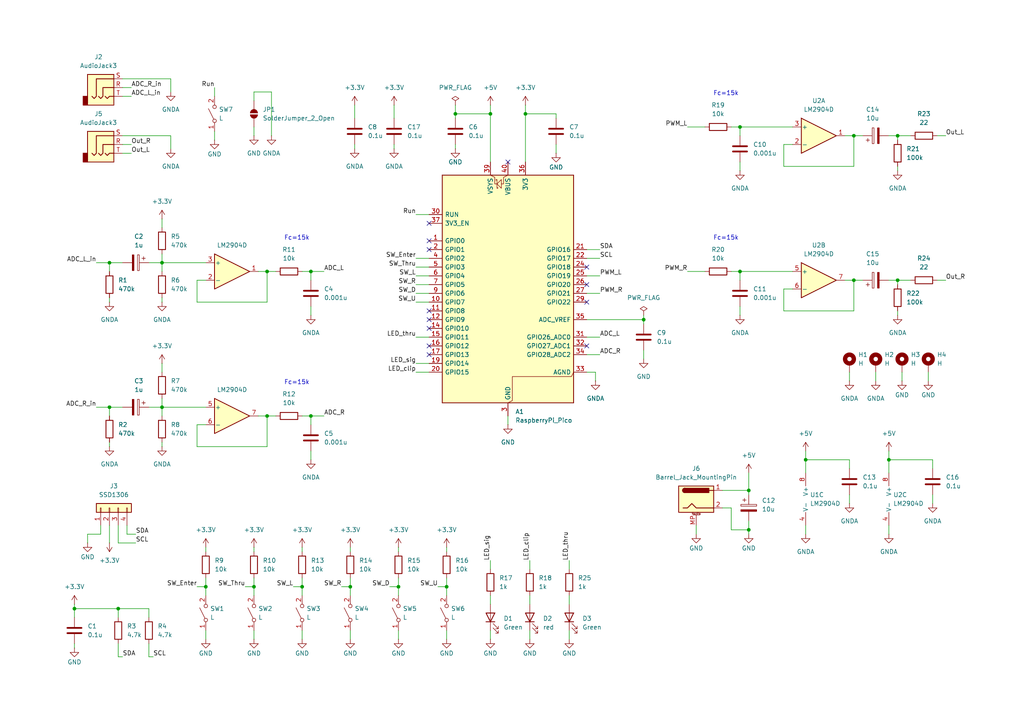
<source format=kicad_sch>
(kicad_sch (version 20250114) (generator "eeschema") (generator_version "9.0")
  (paper "A4")
  (text "Fc=15k" (at 86.106 69.088 0) (effects (font (size 1.27 1.27))))
  (text "Fc=15k" (at 210.566 69.088 0) (effects (font (size 1.27 1.27))))
  (text "Fc=15k" (at 86.106 110.998 0) (effects (font (size 1.27 1.27))))
  (text "Fc=15k" (at 210.566 27.178 0) (effects (font (size 1.27 1.27))))
  (junction (at 247.65 39.37))
  (junction (at 217.17 142.24))
  (junction (at 142.24 33.02))
  (junction (at 186.69 92.71))
  (junction (at 46.99 118.11))
  (junction (at 257.81 133.35))
  (junction (at 129.54 170.18))
  (junction (at 214.63 36.83))
  (junction (at 59.69 170.18))
  (junction (at 132.08 33.02))
  (junction (at 34.29 176.53))
  (junction (at 260.35 39.37))
  (junction (at 101.6 170.18))
  (junction (at 115.57 170.18))
  (junction (at 31.75 118.11))
  (junction (at 152.4 33.02))
  (junction (at 77.47 120.65))
  (junction (at 21.59 176.53))
  (junction (at 73.66 170.18))
  (junction (at 31.75 76.2))
  (junction (at 260.35 81.28))
  (junction (at 233.68 133.35))
  (junction (at 247.65 81.28))
  (junction (at 90.17 120.65))
  (junction (at 214.63 78.74))
  (junction (at 217.17 153.67))
  (junction (at 87.63 170.18))
  (junction (at 90.17 78.74))
  (junction (at 46.99 76.2))
  (junction (at 77.47 78.74))
  (no_connect (at 147.32 46.99))
  (no_connect (at 124.46 102.87))
  (no_connect (at 124.46 92.71))
  (no_connect (at 124.46 90.17))
  (no_connect (at 124.46 100.33))
  (no_connect (at 170.18 77.47))
  (no_connect (at 170.18 82.55))
  (no_connect (at 124.46 72.39))
  (no_connect (at 124.46 95.25))
  (no_connect (at 170.18 87.63))
  (no_connect (at 124.46 64.77))
  (no_connect (at 170.18 100.33))
  (no_connect (at 124.46 69.85))
  (wire (pts (xy 227.33 83.82) (xy 227.33 90.17)))
  (wire (pts (xy 87.63 170.18) (xy 87.63 172.72)))
  (wire (pts (xy 90.17 78.74) (xy 93.98 78.74)))
  (wire (pts (xy 35.56 41.91) (xy 38.1 41.91)))
  (wire (pts (xy 101.6 170.18) (xy 101.6 167.64)))
  (wire (pts (xy 78.74 39.37) (xy 78.74 26.67)))
  (wire (pts (xy 57.15 81.28) (xy 57.15 87.63)))
  (wire (pts (xy 246.38 143.51) (xy 246.38 146.05)))
  (wire (pts (xy 49.53 39.37) (xy 49.53 43.18)))
  (wire (pts (xy 170.18 74.93) (xy 173.99 74.93)))
  (wire (pts (xy 21.59 186.69) (xy 21.59 187.96)))
  (wire (pts (xy 186.69 92.71) (xy 170.18 92.71)))
  (wire (pts (xy 247.65 48.26) (xy 247.65 39.37)))
  (wire (pts (xy 161.29 41.91) (xy 161.29 44.45)))
  (wire (pts (xy 31.75 118.11) (xy 35.56 118.11)))
  (wire (pts (xy 35.56 22.86) (xy 49.53 22.86)))
  (wire (pts (xy 43.18 179.07) (xy 43.18 176.53)))
  (wire (pts (xy 153.67 162.56) (xy 153.67 165.1)))
  (wire (pts (xy 43.18 176.53) (xy 34.29 176.53)))
  (wire (pts (xy 257.81 39.37) (xy 260.35 39.37)))
  (wire (pts (xy 186.69 101.6) (xy 186.69 104.14)))
  (wire (pts (xy 35.56 44.45) (xy 38.1 44.45)))
  (wire (pts (xy 49.53 22.86) (xy 49.53 26.67)))
  (wire (pts (xy 271.78 81.28) (xy 274.32 81.28)))
  (wire (pts (xy 120.65 62.23) (xy 124.46 62.23)))
  (wire (pts (xy 246.38 133.35) (xy 233.68 133.35)))
  (wire (pts (xy 245.11 81.28) (xy 247.65 81.28)))
  (wire (pts (xy 21.59 176.53) (xy 21.59 179.07)))
  (wire (pts (xy 115.57 170.18) (xy 115.57 172.72)))
  (wire (pts (xy 260.35 48.26) (xy 260.35 49.53)))
  (wire (pts (xy 214.63 88.9) (xy 214.63 91.44)))
  (wire (pts (xy 214.63 36.83) (xy 229.87 36.83)))
  (wire (pts (xy 87.63 158.75) (xy 87.63 160.02)))
  (wire (pts (xy 165.1 182.88) (xy 165.1 185.42)))
  (wire (pts (xy 73.66 182.88) (xy 73.66 185.42)))
  (wire (pts (xy 260.35 90.17) (xy 260.35 91.44)))
  (wire (pts (xy 46.99 76.2) (xy 59.69 76.2)))
  (wire (pts (xy 101.6 182.88) (xy 101.6 185.42)))
  (wire (pts (xy 25.4 157.48) (xy 25.4 154.94)))
  (wire (pts (xy 152.4 30.48) (xy 152.4 33.02)))
  (wire (pts (xy 120.65 82.55) (xy 124.46 82.55)))
  (wire (pts (xy 260.35 39.37) (xy 264.16 39.37)))
  (wire (pts (xy 62.23 25.4) (xy 62.23 27.94)))
  (wire (pts (xy 34.29 186.69) (xy 34.29 190.5)))
  (wire (pts (xy 99.06 170.18) (xy 101.6 170.18)))
  (wire (pts (xy 90.17 130.81) (xy 90.17 133.35)))
  (wire (pts (xy 227.33 90.17) (xy 247.65 90.17)))
  (wire (pts (xy 142.24 33.02) (xy 142.24 46.99)))
  (wire (pts (xy 87.63 120.65) (xy 90.17 120.65)))
  (wire (pts (xy 73.66 170.18) (xy 73.66 172.72)))
  (wire (pts (xy 35.56 190.5) (xy 34.29 190.5)))
  (wire (pts (xy 212.09 36.83) (xy 214.63 36.83)))
  (wire (pts (xy 90.17 120.65) (xy 90.17 123.19)))
  (wire (pts (xy 34.29 157.48) (xy 34.29 152.4)))
  (wire (pts (xy 62.23 38.1) (xy 62.23 40.64)))
  (wire (pts (xy 73.66 158.75) (xy 73.66 160.02)))
  (wire (pts (xy 46.99 105.41) (xy 46.99 107.95)))
  (wire (pts (xy 31.75 76.2) (xy 35.56 76.2)))
  (wire (pts (xy 74.93 78.74) (xy 77.47 78.74)))
  (wire (pts (xy 129.54 158.75) (xy 129.54 160.02)))
  (wire (pts (xy 132.08 30.48) (xy 132.08 33.02)))
  (wire (pts (xy 217.17 137.16) (xy 217.17 142.24)))
  (wire (pts (xy 142.24 30.48) (xy 142.24 33.02)))
  (wire (pts (xy 46.99 76.2) (xy 46.99 78.74)))
  (wire (pts (xy 142.24 172.72) (xy 142.24 175.26)))
  (wire (pts (xy 212.09 78.74) (xy 214.63 78.74)))
  (wire (pts (xy 217.17 153.67) (xy 217.17 154.94)))
  (wire (pts (xy 120.65 87.63) (xy 124.46 87.63)))
  (wire (pts (xy 115.57 182.88) (xy 115.57 185.42)))
  (wire (pts (xy 113.03 170.18) (xy 115.57 170.18)))
  (wire (pts (xy 257.81 81.28) (xy 260.35 81.28)))
  (wire (pts (xy 129.54 182.88) (xy 129.54 185.42)))
  (wire (pts (xy 233.68 133.35) (xy 233.68 137.16)))
  (wire (pts (xy 247.65 90.17) (xy 247.65 81.28)))
  (wire (pts (xy 25.4 154.94) (xy 29.21 154.94)))
  (wire (pts (xy 247.65 39.37) (xy 250.19 39.37)))
  (wire (pts (xy 257.81 130.81) (xy 257.81 133.35)))
  (wire (pts (xy 257.81 133.35) (xy 257.81 137.16)))
  (wire (pts (xy 120.65 107.95) (xy 124.46 107.95)))
  (wire (pts (xy 73.66 170.18) (xy 73.66 167.64)))
  (wire (pts (xy 29.21 154.94) (xy 29.21 152.4)))
  (wire (pts (xy 153.67 182.88) (xy 153.67 185.42)))
  (wire (pts (xy 233.68 152.4) (xy 233.68 154.94)))
  (wire (pts (xy 73.66 36.83) (xy 73.66 39.37)))
  (wire (pts (xy 57.15 170.18) (xy 59.69 170.18)))
  (wire (pts (xy 170.18 97.79) (xy 173.99 97.79)))
  (wire (pts (xy 115.57 158.75) (xy 115.57 160.02)))
  (wire (pts (xy 77.47 129.54) (xy 77.47 120.65)))
  (wire (pts (xy 31.75 118.11) (xy 31.75 120.65)))
  (wire (pts (xy 46.99 118.11) (xy 46.99 120.65)))
  (wire (pts (xy 260.35 39.37) (xy 260.35 40.64)))
  (wire (pts (xy 147.32 120.65) (xy 147.32 123.19)))
  (wire (pts (xy 257.81 152.4) (xy 257.81 154.94)))
  (wire (pts (xy 186.69 91.44) (xy 186.69 92.71)))
  (wire (pts (xy 46.99 118.11) (xy 59.69 118.11)))
  (wire (pts (xy 132.08 41.91) (xy 132.08 43.18)))
  (wire (pts (xy 35.56 25.4) (xy 38.1 25.4)))
  (wire (pts (xy 212.09 147.32) (xy 212.09 153.67)))
  (wire (pts (xy 199.39 78.74) (xy 204.47 78.74)))
  (wire (pts (xy 77.47 120.65) (xy 80.01 120.65)))
  (wire (pts (xy 87.63 182.88) (xy 87.63 185.42)))
  (wire (pts (xy 31.75 76.2) (xy 31.75 78.74)))
  (wire (pts (xy 59.69 170.18) (xy 59.69 172.72)))
  (wire (pts (xy 270.51 133.35) (xy 257.81 133.35)))
  (wire (pts (xy 233.68 130.81) (xy 233.68 133.35)))
  (wire (pts (xy 246.38 107.95) (xy 246.38 110.49)))
  (wire (pts (xy 172.72 107.95) (xy 172.72 110.49)))
  (wire (pts (xy 129.54 170.18) (xy 129.54 167.64)))
  (wire (pts (xy 102.87 30.48) (xy 102.87 34.29)))
  (wire (pts (xy 132.08 34.29) (xy 132.08 33.02)))
  (wire (pts (xy 246.38 135.89) (xy 246.38 133.35)))
  (wire (pts (xy 34.29 176.53) (xy 21.59 176.53)))
  (wire (pts (xy 31.75 152.4) (xy 31.75 157.48)))
  (wire (pts (xy 43.18 118.11) (xy 46.99 118.11)))
  (wire (pts (xy 270.51 135.89) (xy 270.51 133.35)))
  (wire (pts (xy 170.18 107.95) (xy 172.72 107.95)))
  (wire (pts (xy 209.55 147.32) (xy 212.09 147.32)))
  (wire (pts (xy 229.87 41.91) (xy 227.33 41.91)))
  (wire (pts (xy 73.66 26.67) (xy 73.66 29.21)))
  (wire (pts (xy 170.18 72.39) (xy 173.99 72.39)))
  (wire (pts (xy 120.65 74.93) (xy 124.46 74.93)))
  (wire (pts (xy 142.24 162.56) (xy 142.24 165.1)))
  (wire (pts (xy 27.94 118.11) (xy 31.75 118.11)))
  (wire (pts (xy 165.1 172.72) (xy 165.1 175.26)))
  (wire (pts (xy 227.33 48.26) (xy 247.65 48.26)))
  (wire (pts (xy 170.18 85.09) (xy 173.99 85.09)))
  (wire (pts (xy 165.1 162.56) (xy 165.1 165.1)))
  (wire (pts (xy 260.35 81.28) (xy 264.16 81.28)))
  (wire (pts (xy 229.87 83.82) (xy 227.33 83.82)))
  (wire (pts (xy 77.47 78.74) (xy 80.01 78.74)))
  (wire (pts (xy 201.93 152.4) (xy 201.93 154.94)))
  (wire (pts (xy 214.63 36.83) (xy 214.63 39.37)))
  (wire (pts (xy 114.3 41.91) (xy 114.3 43.18)))
  (wire (pts (xy 161.29 33.02) (xy 152.4 33.02)))
  (wire (pts (xy 44.45 190.5) (xy 43.18 190.5)))
  (wire (pts (xy 31.75 86.36) (xy 31.75 87.63)))
  (wire (pts (xy 214.63 46.99) (xy 214.63 49.53)))
  (wire (pts (xy 21.59 175.26) (xy 21.59 176.53)))
  (wire (pts (xy 101.6 158.75) (xy 101.6 160.02)))
  (wire (pts (xy 57.15 87.63) (xy 77.47 87.63)))
  (wire (pts (xy 90.17 120.65) (xy 93.98 120.65)))
  (wire (pts (xy 27.94 76.2) (xy 31.75 76.2)))
  (wire (pts (xy 254 107.95) (xy 254 110.49)))
  (wire (pts (xy 57.15 129.54) (xy 77.47 129.54)))
  (wire (pts (xy 59.69 123.19) (xy 57.15 123.19)))
  (wire (pts (xy 77.47 87.63) (xy 77.47 78.74)))
  (wire (pts (xy 59.69 170.18) (xy 59.69 167.64)))
  (wire (pts (xy 170.18 80.01) (xy 173.99 80.01)))
  (wire (pts (xy 59.69 182.88) (xy 59.69 185.42)))
  (wire (pts (xy 129.54 170.18) (xy 129.54 172.72)))
  (wire (pts (xy 35.56 39.37) (xy 49.53 39.37)))
  (wire (pts (xy 74.93 120.65) (xy 77.47 120.65)))
  (wire (pts (xy 39.37 157.48) (xy 34.29 157.48)))
  (wire (pts (xy 85.09 170.18) (xy 87.63 170.18)))
  (wire (pts (xy 71.12 170.18) (xy 73.66 170.18)))
  (wire (pts (xy 217.17 142.24) (xy 217.17 143.51)))
  (wire (pts (xy 120.65 105.41) (xy 124.46 105.41)))
  (wire (pts (xy 120.65 97.79) (xy 124.46 97.79)))
  (wire (pts (xy 120.65 77.47) (xy 124.46 77.47)))
  (wire (pts (xy 120.65 85.09) (xy 124.46 85.09)))
  (wire (pts (xy 46.99 86.36) (xy 46.99 87.63)))
  (wire (pts (xy 57.15 123.19) (xy 57.15 129.54)))
  (wire (pts (xy 261.62 107.95) (xy 261.62 110.49)))
  (wire (pts (xy 46.99 73.66) (xy 46.99 76.2)))
  (wire (pts (xy 132.08 33.02) (xy 142.24 33.02)))
  (wire (pts (xy 90.17 78.74) (xy 90.17 81.28)))
  (wire (pts (xy 36.83 154.94) (xy 36.83 152.4)))
  (wire (pts (xy 271.78 39.37) (xy 274.32 39.37)))
  (wire (pts (xy 115.57 170.18) (xy 115.57 167.64)))
  (wire (pts (xy 31.75 128.27) (xy 31.75 129.54)))
  (wire (pts (xy 59.69 158.75) (xy 59.69 160.02)))
  (wire (pts (xy 102.87 41.91) (xy 102.87 43.18)))
  (wire (pts (xy 217.17 142.24) (xy 209.55 142.24)))
  (wire (pts (xy 170.18 102.87) (xy 173.99 102.87)))
  (wire (pts (xy 39.37 154.94) (xy 36.83 154.94)))
  (wire (pts (xy 120.65 80.01) (xy 124.46 80.01)))
  (wire (pts (xy 87.63 170.18) (xy 87.63 167.64)))
  (wire (pts (xy 245.11 39.37) (xy 247.65 39.37)))
  (wire (pts (xy 43.18 76.2) (xy 46.99 76.2)))
  (wire (pts (xy 212.09 153.67) (xy 217.17 153.67)))
  (wire (pts (xy 270.51 143.51) (xy 270.51 146.05)))
  (wire (pts (xy 152.4 33.02) (xy 152.4 46.99)))
  (wire (pts (xy 90.17 88.9) (xy 90.17 91.44)))
  (wire (pts (xy 142.24 182.88) (xy 142.24 185.42)))
  (wire (pts (xy 269.24 107.95) (xy 269.24 110.49)))
  (wire (pts (xy 214.63 78.74) (xy 214.63 81.28)))
  (wire (pts (xy 46.99 115.57) (xy 46.99 118.11)))
  (wire (pts (xy 186.69 93.98) (xy 186.69 92.71)))
  (wire (pts (xy 217.17 151.13) (xy 217.17 153.67)))
  (wire (pts (xy 227.33 41.91) (xy 227.33 48.26)))
  (wire (pts (xy 153.67 172.72) (xy 153.67 175.26)))
  (wire (pts (xy 247.65 81.28) (xy 250.19 81.28)))
  (wire (pts (xy 127 170.18) (xy 129.54 170.18)))
  (wire (pts (xy 78.74 26.67) (xy 73.66 26.67)))
  (wire (pts (xy 35.56 27.94) (xy 38.1 27.94)))
  (wire (pts (xy 101.6 170.18) (xy 101.6 172.72)))
  (wire (pts (xy 87.63 78.74) (xy 90.17 78.74)))
  (wire (pts (xy 43.18 190.5) (xy 43.18 186.69)))
  (wire (pts (xy 199.39 36.83) (xy 204.47 36.83)))
  (wire (pts (xy 161.29 34.29) (xy 161.29 33.02)))
  (wire (pts (xy 34.29 179.07) (xy 34.29 176.53)))
  (wire (pts (xy 46.99 128.27) (xy 46.99 129.54)))
  (wire (pts (xy 214.63 78.74) (xy 229.87 78.74)))
  (wire (pts (xy 46.99 63.5) (xy 46.99 66.04)))
  (wire (pts (xy 59.69 81.28) (xy 57.15 81.28)))
  (wire (pts (xy 114.3 30.48) (xy 114.3 34.29)))
  (wire (pts (xy 260.35 81.28) (xy 260.35 82.55)))
  (label "SCL" (at 173.99 74.93 0))
  (label "ADC_R_in" (at 27.94 118.11 180))
  (label "Out_L" (at 274.32 39.37 0))
  (label "LED_sig" (at 120.65 105.41 180))
  (label "SW_Thru" (at 120.65 77.47 180))
  (label "ADC_L_in" (at 38.1 27.94 0))
  (label "ADC_L_in" (at 27.94 76.2 180))
  (label "PWM_L" (at 199.39 36.83 180))
  (label "SW_R" (at 120.65 82.55 180))
  (label "SDA" (at 39.37 154.94 0))
  (label "SCL" (at 39.37 157.48 0))
  (label "SW_U" (at 120.65 87.63 180))
  (label "SDA" (at 35.56 190.5 0))
  (label "ADC_R" (at 173.99 102.87 0))
  (label "LED_clip" (at 120.65 107.95 180))
  (label "Out_R" (at 274.32 81.28 0))
  (label "SW_D" (at 113.03 170.18 180))
  (label "LED_clip" (at 153.67 162.56 90))
  (label "LED_thru" (at 165.1 162.56 90))
  (label "Out_R" (at 38.1 41.91 0))
  (label "SW_L" (at 120.65 80.01 180))
  (label "LED_sig" (at 142.24 162.56 90))
  (label "PWM_R" (at 173.99 85.09 0))
  (label "SCL" (at 44.45 190.5 0))
  (label "PWM_R" (at 199.39 78.74 180))
  (label "SW_Thru" (at 71.12 170.18 180))
  (label "ADC_L" (at 93.98 78.74 0))
  (label "SW_L" (at 85.09 170.18 180))
  (label "Out_L" (at 38.1 44.45 0))
  (label "SW_Enter" (at 57.15 170.18 180))
  (label "ADC_R_in" (at 38.1 25.4 0))
  (label "SW_R" (at 99.06 170.18 180))
  (label "PWM_L" (at 173.99 80.01 0))
  (label "Run" (at 62.23 25.4 180))
  (label "Run" (at 120.65 62.23 180))
  (label "ADC_R" (at 93.98 120.65 0))
  (label "SW_U" (at 127 170.18 180))
  (label "SW_Enter" (at 120.65 74.93 180))
  (label "LED_thru" (at 120.65 97.79 180))
  (label "ADC_L" (at 173.99 97.79 0))
  (label "SDA" (at 173.99 72.39 0))
  (label "SW_D" (at 120.65 85.09 180))
  (symbol (lib_id "power:GND") (at 59.69 185.42 0) (unit 1)
    (property "Reference" "#PWR014" (effects (hide yes)))
    (property "Value" "GND" (at 59.69 189.484 0))
    (property "Description" "Power symbol creates a global label with name \"GND\" , ground" (effects (hide yes)))
  )
  (symbol (lib_id "power:GNDA") (at 214.63 49.53 0) (unit 1)
    (property "Reference" "#PWR039" (effects (hide yes)))
    (property "Value" "GNDA" (at 214.63 54.61 0))
    (property "Description" "Power symbol creates a global label with name \"GNDA\" , analog ground" (effects (hide yes)))
  )
  (symbol (lib_id "power:GNDA") (at 246.38 146.05 0) (unit 1)
    (property "Reference" "#PWR045" (effects (hide yes)))
    (property "Value" "GNDA" (at 246.38 151.13 0))
    (property "Description" "Power symbol creates a global label with name \"GNDA\" , analog ground" (effects (hide yes)))
  )
  (symbol (lib_id "power:+3.3V") (at 152.4 30.48 0) (unit 1)
    (property "Reference" "#PWR033" (effects (hide yes)))
    (property "Value" "+3.3V" (at 152.4 25.4 0))
    (property "Description" "Power symbol creates a global label with name \"+3.3V\"" (effects (hide yes)))
  )
  (symbol (lib_id "power:+3.3V") (at 129.54 158.75 0) (unit 1)
    (property "Reference" "#PWR028" (effects (hide yes)))
    (property "Value" "+3.3V" (at 129.54 153.67 0))
    (property "Description" "Power symbol creates a global label with name \"+3.3V\"" (effects (hide yes)))
  )
  (symbol (lib_id "Connector_Generic:Conn_01x04") (at 31.75 147.32 90) (unit 1)
    (property "Reference" "J3" (at 33.02 140.97 90))
    (property "Value" "SSD1306" (at 33.02 143.51 90))
    (property "Footprint" "Library:SSD1306" (effects (hide yes)))
    (property "Description" "Generic connector, single row, 01x04, script generated (kicad-library-utils/schlib/autogen/connector/)" (effects (hide yes)))
  )
  (symbol (lib_id "Device:R") (at 31.75 124.46 180) (unit 1)
    (property "Reference" "R2" (at 34.29 123.1899 0) (effects (justify right)))
    (property "Value" "470k" (at 34.29 125.7299 0) (effects (justify right)))
    (property "Footprint" "Resistor_SMD:R_0603_1608Metric" (effects (hide yes)))
    (property "Description" "Resistor" (effects (hide yes)))
  )
  (symbol (lib_id "power:GND") (at 73.66 185.42 0) (unit 1)
    (property "Reference" "#PWR016" (effects (hide yes)))
    (property "Value" "GND" (at 73.66 189.484 0))
    (property "Description" "Power symbol creates a global label with name \"GND\" , ground" (effects (hide yes)))
  )
  (symbol (lib_id "Mechanical:MountingHole_Pad") (at 261.62 105.41 0) (unit 1) (in_bom no)
    (property "Reference" "H3" (at 264.16 102.8699 0) (effects (justify left)))
    (property "Value" "H" (at 264.16 105.4099 0) (effects (justify left)))
    (property "Footprint" "MountingHole:MountingHole_3.2mm_M3_Pad" (effects (hide yes)))
    (property "Description" "Mounting Hole with connection" (effects (hide yes)))
  )
  (symbol (lib_id "power:PWR_FLAG") (at 132.08 30.48 0) (unit 1)
    (property "Reference" "#FLG01" (effects (hide yes)))
    (property "Value" "PWR_FLAG" (at 132.08 25.4 0))
    (property "Description" "Special symbol for telling ERC where power comes from" (effects (hide yes)))
  )
  (symbol (lib_id "Device:C") (at 161.29 38.1 0) (unit 1)
    (property "Reference" "C7" (at 165.1 36.8299 0) (effects (justify left)))
    (property "Value" "0.1u" (at 165.1 39.3699 0) (effects (justify left)))
    (property "Footprint" "Capacitor_SMD:C_0603_1608Metric" (effects (hide yes)))
    (property "Description" "Unpolarized capacitor" (effects (hide yes)))
  )
  (symbol (lib_id "Switch:SW_SPST") (at 129.54 177.8 90) (unit 1)
    (property "Reference" "SW6" (at 130.81 176.5299 90) (effects (justify right)))
    (property "Value" "L" (at 130.81 179.0699 90) (effects (justify right)))
    (property "Footprint" "Button_Switch_THT:SW_PUSH_6mm_H4.3mm" (effects (hide yes)))
    (property "Description" "Single Pole Single Throw (SPST) switch" (effects (hide yes)))
  )
  (symbol (lib_id "power:GND") (at 269.24 110.49 0) (unit 1)
    (property "Reference" "#PWR054" (effects (hide yes)))
    (property "Value" "GND" (at 269.24 114.554 0))
    (property "Description" "Power symbol creates a global label with name \"GND\" , ground" (effects (hide yes)))
  )
  (symbol (lib_id "Connector_Audio:AudioJack3") (at 30.48 41.91 0) (unit 1)
    (property "Reference" "J5" (at 28.575 33.02 0))
    (property "Value" "AudioJack3" (at 28.575 35.56 0))
    (property "Footprint" "Connector_Audio:Jack_3.5mm_Switronic_ST-005-G_horizontal" (effects (hide yes)))
    (property "Description" "Audio Jack, 3 Poles (Stereo / TRS)" (effects (hide yes)))
  )
  (symbol (lib_id "Switch:SW_SPST") (at 101.6 177.8 90) (unit 1)
    (property "Reference" "SW4" (at 102.87 176.5299 90) (effects (justify right)))
    (property "Value" "L" (at 102.87 179.0699 90) (effects (justify right)))
    (property "Footprint" "Button_Switch_THT:SW_PUSH_6mm_H4.3mm" (effects (hide yes)))
    (property "Description" "Single Pole Single Throw (SPST) switch" (effects (hide yes)))
  )
  (symbol (lib_id "Device:R") (at 208.28 78.74 90) (unit 1)
    (property "Reference" "R20" (at 208.28 72.39 90))
    (property "Value" "10k" (at 208.28 74.93 90))
    (property "Footprint" "Resistor_SMD:R_0603_1608Metric" (effects (hide yes)))
    (property "Description" "Resistor" (effects (hide yes)))
  )
  (symbol (lib_id "Device:R") (at 46.99 111.76 180) (unit 1)
    (property "Reference" "R7" (at 49.53 110.4899 0) (effects (justify right)))
    (property "Value" "470k" (at 49.53 113.0299 0) (effects (justify right)))
    (property "Footprint" "Resistor_SMD:R_0603_1608Metric" (effects (hide yes)))
    (property "Description" "Resistor" (effects (hide yes)))
  )
  (symbol (lib_id "power:GNDA") (at 254 110.49 0) (unit 1)
    (property "Reference" "#PWR051" (effects (hide yes)))
    (property "Value" "GNDA" (at 254 115.57 0))
    (property "Description" "Power symbol creates a global label with name \"GNDA\" , analog ground" (effects (hide yes)))
  )
  (symbol (lib_id "Switch:SW_SPST") (at 115.57 177.8 90) (unit 1)
    (property "Reference" "SW5" (at 116.84 176.5299 90) (effects (justify right)))
    (property "Value" "L" (at 116.84 179.0699 90) (effects (justify right)))
    (property "Footprint" "Button_Switch_THT:SW_PUSH_6mm_H4.3mm" (effects (hide yes)))
    (property "Description" "Single Pole Single Throw (SPST) switch" (effects (hide yes)))
  )
  (symbol (lib_id "power:GNDA") (at 172.72 110.49 0) (unit 1)
    (property "Reference" "#PWR036" (effects (hide yes)))
    (property "Value" "GNDA" (at 172.72 115.57 0))
    (property "Description" "Power symbol creates a global label with name \"GNDA\" , analog ground" (effects (hide yes)))
  )
  (symbol (lib_id "power:GNDA") (at 260.35 91.44 0) (unit 1)
    (property "Reference" "#PWR049" (effects (hide yes)))
    (property "Value" "GNDA" (at 260.35 96.52 0))
    (property "Description" "Power symbol creates a global label with name \"GNDA\" , analog ground" (effects (hide yes)))
  )
  (symbol (lib_id "power:GND") (at 25.4 157.48 0) (unit 1)
    (property "Reference" "#PWR03" (effects (hide yes)))
    (property "Value" "GND" (at 25.4 161.544 0))
    (property "Description" "Power symbol creates a global label with name \"GND\" , ground" (effects (hide yes)))
  )
  (symbol (lib_id "Switch:SW_SPST") (at 73.66 177.8 90) (unit 1)
    (property "Reference" "SW2" (at 74.93 176.5299 90) (effects (justify right)))
    (property "Value" "L" (at 74.93 179.0699 90) (effects (justify right)))
    (property "Footprint" "Button_Switch_THT:SW_PUSH_6mm_H4.3mm" (effects (hide yes)))
    (property "Description" "Single Pole Single Throw (SPST) switch" (effects (hide yes)))
  )
  (symbol (lib_id "power:GNDA") (at 90.17 91.44 0) (unit 1)
    (property "Reference" "#PWR018" (effects (hide yes)))
    (property "Value" "GNDA" (at 90.17 96.52 0))
    (property "Description" "Power symbol creates a global label with name \"GNDA\" , analog ground" (effects (hide yes)))
  )
  (symbol (lib_id "power:GNDA") (at 49.53 26.67 0) (unit 1)
    (property "Reference" "#PWR012" (effects (hide yes)))
    (property "Value" "GNDA" (at 49.53 31.75 0))
    (property "Description" "Power symbol creates a global label with name \"GNDA\" , analog ground" (effects (hide yes)))
  )
  (symbol (lib_id "Mechanical:MountingHole_Pad") (at 269.24 105.41 0) (unit 1) (in_bom no)
    (property "Reference" "H4" (at 271.78 102.8699 0) (effects (justify left)))
    (property "Value" "H" (at 271.78 105.4099 0) (effects (justify left)))
    (property "Footprint" "MountingHole:MountingHole_3.2mm_M3_Pad" (effects (hide yes)))
    (property "Description" "Mounting Hole with connection" (effects (hide yes)))
  )
  (symbol (lib_id "Connector_Audio:AudioJack3") (at 30.48 25.4 0) (unit 1)
    (property "Reference" "J2" (at 28.575 16.51 0))
    (property "Value" "AudioJack3" (at 28.575 19.05 0))
    (property "Footprint" "Connector_Audio:Jack_3.5mm_Switronic_ST-005-G_horizontal" (effects (hide yes)))
    (property "Description" "Audio Jack, 3 Poles (Stereo / TRS)" (effects (hide yes)))
  )
  (symbol (lib_id "power:GNDA") (at 46.99 87.63 0) (unit 1)
    (property "Reference" "#PWR08" (effects (hide yes)))
    (property "Value" "GNDA" (at 46.99 92.71 0))
    (property "Description" "Power symbol creates a global label with name \"GNDA\" , analog ground" (effects (hide yes)))
  )
  (symbol (lib_id "Device:R") (at 267.97 39.37 90) (unit 1)
    (property "Reference" "R23" (at 267.97 33.02 90))
    (property "Value" "22" (at 267.97 35.56 90))
    (property "Footprint" "Resistor_SMD:R_0603_1608Metric" (effects (hide yes)))
    (property "Description" "Resistor" (effects (hide yes)))
  )
  (symbol (lib_id "Device:C_Polarized") (at 39.37 118.11 270) (unit 1)
    (property "Reference" "C3" (at 40.259 110.49 90))
    (property "Value" "1u" (at 40.259 113.03 90))
    (property "Footprint" "Capacitor_THT:CP_Radial_D5.0mm_P2.00mm" (effects (hide yes)))
    (property "Description" "Polarized capacitor" (effects (hide yes)))
  )
  (symbol (lib_id "Amplifier_Operational:NJM4580") (at 67.31 78.74 0) (unit 1)
    (property "Reference" "U1" (effects (hide yes)))
    (property "Value" "LM2904D" (at 67.31 71.12 0))
    (property "Footprint" "Package_SO:SOIC-8_3.9x4.9mm_P1.27mm" (effects (hide yes)))
    (property "Datasheet" "http://www.njr.com/semicon/PDF/NJM4580_E.pdf" (effects (hide yes)))
    (property "Description" "Dual Operational Amplifier, DIP-8/DMP-8/SIP-8/MSOP-8/SOP-8/SSOP-8" (effects (hide yes)))
  )
  (symbol (lib_id "Device:C_Polarized") (at 39.37 76.2 270) (unit 1)
    (property "Reference" "C2" (at 40.259 68.58 90))
    (property "Value" "1u" (at 40.259 71.12 90))
    (property "Footprint" "Capacitor_THT:CP_Radial_D5.0mm_P2.00mm" (effects (hide yes)))
    (property "Description" "Polarized capacitor" (effects (hide yes)))
  )
  (symbol (lib_id "power:GNDA") (at 270.51 146.05 0) (unit 1)
    (property "Reference" "#PWR047" (effects (hide yes)))
    (property "Value" "GNDA" (at 270.51 151.13 0))
    (property "Description" "Power symbol creates a global label with name \"GNDA\" , analog ground" (effects (hide yes)))
  )
  (symbol (lib_id "power:GNDA") (at 31.75 129.54 0) (unit 1)
    (property "Reference" "#PWR05" (effects (hide yes)))
    (property "Value" "GNDA" (at 31.75 134.62 0))
    (property "Description" "Power symbol creates a global label with name \"GNDA\" , analog ground" (effects (hide yes)))
  )
  (symbol (lib_id "power:GND") (at 153.67 185.42 0) (unit 1)
    (property "Reference" "#PWR035" (effects (hide yes)))
    (property "Value" "GND" (at 153.67 189.484 0))
    (property "Description" "Power symbol creates a global label with name \"GND\" , ground" (effects (hide yes)))
  )
  (symbol (lib_id "Device:C") (at 214.63 85.09 0) (unit 1)
    (property "Reference" "C11" (at 218.44 83.8199 0) (effects (justify left)))
    (property "Value" "0.001u" (at 218.44 86.3599 0) (effects (justify left)))
    (property "Footprint" "Capacitor_SMD:C_0603_1608Metric" (effects (hide yes)))
    (property "Description" "Unpolarized capacitor" (effects (hide yes)))
  )
  (symbol (lib_id "Device:R") (at 260.35 86.36 180) (unit 1)
    (property "Reference" "R22" (at 262.89 85.0899 0) (effects (justify right)))
    (property "Value" "100k" (at 262.89 87.6299 0) (effects (justify right)))
    (property "Footprint" "Resistor_SMD:R_0603_1608Metric" (effects (hide yes)))
    (property "Description" "Resistor" (effects (hide yes)))
  )
  (symbol (lib_id "Device:C") (at 21.59 182.88 0) (unit 1)
    (property "Reference" "C1" (at 25.4 181.6099 0) (effects (justify left)))
    (property "Value" "0.1u" (at 25.4 184.1499 0) (effects (justify left)))
    (property "Footprint" "Capacitor_SMD:C_0603_1608Metric" (effects (hide yes)))
    (property "Description" "Unpolarized capacitor" (effects (hide yes)))
  )
  (symbol (lib_id "Amplifier_Operational:NJM4580") (at 236.22 144.78 0) (unit 3)
    (property "Reference" "U1" (at 234.95 143.5099 0) (effects (justify left)))
    (property "Value" "LM2904D" (at 234.95 146.0499 0) (effects (justify left)))
    (property "Footprint" "Package_SO:SOIC-8_3.9x4.9mm_P1.27mm" (effects (hide yes)))
    (property "Datasheet" "http://www.njr.com/semicon/PDF/NJM4580_E.pdf" (effects (hide yes)))
    (property "Description" "Dual Operational Amplifier, DIP-8/DMP-8/SIP-8/MSOP-8/SOP-8/SSOP-8" (effects (hide yes)))
  )
  (symbol (lib_id "Device:R") (at 87.63 163.83 180) (unit 1)
    (property "Reference" "R13" (at 90.17 162.5599 0) (effects (justify right)))
    (property "Value" "10k" (at 90.17 165.0999 0) (effects (justify right)))
    (property "Footprint" "Resistor_SMD:R_0603_1608Metric" (effects (hide yes)))
    (property "Description" "Resistor" (effects (hide yes)))
  )
  (symbol (lib_id "power:GNDA") (at 246.38 110.49 0) (unit 1)
    (property "Reference" "#PWR063" (effects (hide yes)))
    (property "Value" "GNDA" (at 246.38 115.57 0))
    (property "Description" "Power symbol creates a global label with name \"GNDA\" , analog ground" (effects (hide yes)))
  )
  (symbol (lib_id "Device:R") (at 260.35 44.45 180) (unit 1)
    (property "Reference" "R21" (at 262.89 43.1799 0) (effects (justify right)))
    (property "Value" "100k" (at 262.89 45.7199 0) (effects (justify right)))
    (property "Footprint" "Resistor_SMD:R_0603_1608Metric" (effects (hide yes)))
    (property "Description" "Resistor" (effects (hide yes)))
  )
  (symbol (lib_id "Device:R") (at 46.99 82.55 180) (unit 1)
    (property "Reference" "R6" (at 49.53 81.2799 0) (effects (justify right)))
    (property "Value" "470k" (at 49.53 83.8199 0) (effects (justify right)))
    (property "Footprint" "Resistor_SMD:R_0603_1608Metric" (effects (hide yes)))
    (property "Description" "Resistor" (effects (hide yes)))
  )
  (symbol (lib_id "power:+3.3V") (at 59.69 158.75 0) (unit 1)
    (property "Reference" "#PWR013" (effects (hide yes)))
    (property "Value" "+3.3V" (at 59.69 153.67 0))
    (property "Description" "Power symbol creates a global label with name \"+3.3V\"" (effects (hide yes)))
  )
  (symbol (lib_id "Device:LED") (at 142.24 179.07 90) (unit 1)
    (property "Reference" "D1" (at 146.05 179.3874 90) (effects (justify right)))
    (property "Value" "Green" (at 146.05 181.9274 90) (effects (justify right)))
    (property "Footprint" "LED_SMD:LED_0603_1608Metric" (effects (hide yes)))
    (property "Description" "Light emitting diode" (effects (hide yes)))
    (property "Sim.Pins" "1=K 2=A" (effects (hide yes)))
  )
  (symbol (lib_id "power:GNDA") (at 260.35 49.53 0) (unit 1)
    (property "Reference" "#PWR048" (effects (hide yes)))
    (property "Value" "GNDA" (at 260.35 54.61 0))
    (property "Description" "Power symbol creates a global label with name \"GNDA\" , analog ground" (effects (hide yes)))
  )
  (symbol (lib_id "power:+3.3V") (at 115.57 158.75 0) (unit 1)
    (property "Reference" "#PWR025" (effects (hide yes)))
    (property "Value" "+3.3V" (at 115.57 153.67 0))
    (property "Description" "Power symbol creates a global label with name \"+3.3V\"" (effects (hide yes)))
  )
  (symbol (lib_id "power:GNDA") (at 90.17 133.35 0) (unit 1)
    (property "Reference" "#PWR019" (effects (hide yes)))
    (property "Value" "GNDA" (at 90.17 138.43 0))
    (property "Description" "Power symbol creates a global label with name \"GNDA\" , analog ground" (effects (hide yes)))
  )
  (symbol (lib_id "Device:R") (at 43.18 182.88 180) (unit 1)
    (property "Reference" "R4" (at 45.72 181.6099 0) (effects (justify right)))
    (property "Value" "4.7k" (at 45.72 184.1499 0) (effects (justify right)))
    (property "Footprint" "Resistor_SMD:R_0603_1608Metric" (effects (hide yes)))
    (property "Description" "Resistor" (effects (hide yes)))
  )
  (symbol (lib_id "power:GNDA") (at 78.74 39.37 0) (unit 1)
    (property "Reference" "#PWR062" (effects (hide yes)))
    (property "Value" "GNDA" (at 78.74 44.45 0))
    (property "Description" "Power symbol creates a global label with name \"GNDA\" , analog ground" (effects (hide yes)))
  )
  (symbol (lib_id "Device:C") (at 90.17 127 0) (unit 1)
    (property "Reference" "C5" (at 93.98 125.7299 0) (effects (justify left)))
    (property "Value" "0.001u" (at 93.98 128.2699 0) (effects (justify left)))
    (property "Footprint" "Capacitor_SMD:C_0603_1608Metric" (effects (hide yes)))
    (property "Description" "Unpolarized capacitor" (effects (hide yes)))
  )
  (symbol (lib_id "power:GND") (at 261.62 110.49 0) (unit 1)
    (property "Reference" "#PWR053" (effects (hide yes)))
    (property "Value" "GND" (at 261.62 114.554 0))
    (property "Description" "Power symbol creates a global label with name \"GND\" , ground" (effects (hide yes)))
  )
  (symbol (lib_id "power:GND") (at 142.24 185.42 0) (unit 1)
    (property "Reference" "#PWR032" (effects (hide yes)))
    (property "Value" "GND" (at 142.24 189.484 0))
    (property "Description" "Power symbol creates a global label with name \"GND\" , ground" (effects (hide yes)))
  )
  (symbol (lib_id "power:+5V") (at 233.68 130.81 0) (unit 1)
    (property "Reference" "#PWR043" (effects (hide yes)))
    (property "Value" "+5V" (at 233.68 125.73 0))
    (property "Description" "Power symbol creates a global label with name \"+5V\"" (effects (hide yes)))
  )
  (symbol (lib_id "Switch:SW_SPST") (at 59.69 177.8 90) (unit 1)
    (property "Reference" "SW1" (at 60.96 176.5299 90) (effects (justify right)))
    (property "Value" "L" (at 60.96 179.0699 90) (effects (justify right)))
    (property "Footprint" "Button_Switch_THT:SW_PUSH_6mm_H4.3mm" (effects (hide yes)))
    (property "Description" "Single Pole Single Throw (SPST) switch" (effects (hide yes)))
  )
  (symbol (lib_id "power:+3.3V") (at 73.66 158.75 0) (unit 1)
    (property "Reference" "#PWR015" (effects (hide yes)))
    (property "Value" "+3.3V" (at 73.66 153.67 0))
    (property "Description" "Power symbol creates a global label with name \"+3.3V\"" (effects (hide yes)))
  )
  (symbol (lib_id "Mechanical:MountingHole_Pad") (at 254 105.41 0) (unit 1) (in_bom no)
    (property "Reference" "H2" (at 256.54 102.8699 0) (effects (justify left)))
    (property "Value" "H" (at 256.54 105.4099 0) (effects (justify left)))
    (property "Footprint" "MountingHole:MountingHole_3.2mm_M3_Pad" (effects (hide yes)))
    (property "Description" "Mounting Hole with connection" (effects (hide yes)))
  )
  (symbol (lib_id "Device:C") (at 270.51 139.7 0) (unit 1)
    (property "Reference" "C16" (at 274.32 138.4299 0) (effects (justify left)))
    (property "Value" "0.1u" (at 274.32 140.9699 0) (effects (justify left)))
    (property "Footprint" "Capacitor_SMD:C_0603_1608Metric" (effects (hide yes)))
    (property "Description" "Unpolarized capacitor" (effects (hide yes)))
  )
  (symbol (lib_id "Device:R") (at 267.97 81.28 90) (unit 1)
    (property "Reference" "R24" (at 267.97 74.93 90))
    (property "Value" "22" (at 267.97 77.47 90))
    (property "Footprint" "Resistor_SMD:R_0603_1608Metric" (effects (hide yes)))
    (property "Description" "Resistor" (effects (hide yes)))
  )
  (symbol (lib_id "Amplifier_Operational:NJM4580") (at 260.35 144.78 0) (unit 3)
    (property "Reference" "U2" (at 259.08 143.5099 0) (effects (justify left)))
    (property "Value" "LM2904D" (at 259.08 146.0499 0) (effects (justify left)))
    (property "Footprint" "Package_SO:SOIC-8_3.9x4.9mm_P1.27mm" (effects (hide yes)))
    (property "Datasheet" "http://www.njr.com/semicon/PDF/NJM4580_E.pdf" (effects (hide yes)))
    (property "Description" "Dual Operational Amplifier, DIP-8/DMP-8/SIP-8/MSOP-8/SOP-8/SSOP-8" (effects (hide yes)))
  )
  (symbol (lib_id "power:+5V") (at 257.81 130.81 0) (unit 1)
    (property "Reference" "#PWR046" (effects (hide yes)))
    (property "Value" "+5V" (at 257.81 125.73 0))
    (property "Description" "Power symbol creates a global label with name \"+5V\"" (effects (hide yes)))
  )
  (symbol (lib_id "power:+3.3V") (at 102.87 30.48 0) (unit 1)
    (property "Reference" "#PWR055" (effects (hide yes)))
    (property "Value" "+3.3V" (at 102.87 25.4 0))
    (property "Description" "Power symbol creates a global label with name \"+3.3V\"" (effects (hide yes)))
  )
  (symbol (lib_id "power:GND") (at 87.63 185.42 0) (unit 1)
    (property "Reference" "#PWR021" (effects (hide yes)))
    (property "Value" "GND" (at 87.63 189.484 0))
    (property "Description" "Power symbol creates a global label with name \"GND\" , ground" (effects (hide yes)))
  )
  (symbol (lib_id "power:+3.3V") (at 114.3 30.48 0) (unit 1)
    (property "Reference" "#PWR057" (effects (hide yes)))
    (property "Value" "+3.3V" (at 114.3 25.4 0))
    (property "Description" "Power symbol creates a global label with name \"+3.3V\"" (effects (hide yes)))
  )
  (symbol (lib_id "power:GNDA") (at 114.3 43.18 0) (unit 1)
    (property "Reference" "#PWR056" (effects (hide yes)))
    (property "Value" "GNDA" (at 114.3 48.26 0))
    (property "Description" "Power symbol creates a global label with name \"GNDA\" , analog ground" (effects (hide yes)))
  )
  (symbol (lib_id "Device:R") (at 83.82 78.74 90) (unit 1)
    (property "Reference" "R11" (at 83.82 72.39 90))
    (property "Value" "10k" (at 83.82 74.93 90))
    (property "Footprint" "Resistor_SMD:R_0603_1608Metric" (effects (hide yes)))
    (property "Description" "Resistor" (effects (hide yes)))
  )
  (symbol (lib_id "power:+3.3V") (at 101.6 158.75 0) (unit 1)
    (property "Reference" "#PWR023" (effects (hide yes)))
    (property "Value" "+3.3V" (at 101.6 153.67 0))
    (property "Description" "Power symbol creates a global label with name \"+3.3V\"" (effects (hide yes)))
  )
  (symbol (lib_id "Amplifier_Operational:NJM4580") (at 237.49 39.37 0) (unit 1)
    (property "Reference" "U2" (at 237.49 29.21 0))
    (property "Value" "LM2904D" (at 237.49 31.75 0))
    (property "Footprint" "Package_SO:SOIC-8_3.9x4.9mm_P1.27mm" (effects (hide yes)))
    (property "Datasheet" "http://www.njr.com/semicon/PDF/NJM4580_E.pdf" (effects (hide yes)))
    (property "Description" "Dual Operational Amplifier, DIP-8/DMP-8/SIP-8/MSOP-8/SOP-8/SSOP-8" (effects (hide yes)))
  )
  (symbol (lib_id "power:GND") (at 147.32 123.19 0) (unit 1)
    (property "Reference" "#PWR031" (effects (hide yes)))
    (property "Value" "GND" (at 147.32 128.27 0))
    (property "Description" "Power symbol creates a global label with name \"GND\" , ground" (effects (hide yes)))
  )
  (symbol (lib_id "power:GNDA") (at 233.68 154.94 0) (unit 1)
    (property "Reference" "#PWR061" (effects (hide yes)))
    (property "Value" "GNDA" (at 233.68 160.02 0))
    (property "Description" "Power symbol creates a global label with name \"GNDA\" , analog ground" (effects (hide yes)))
  )
  (symbol (lib_id "power:GND") (at 62.23 40.64 0) (unit 1)
    (property "Reference" "#PWR060" (effects (hide yes)))
    (property "Value" "GND" (at 62.23 44.704 0))
    (property "Description" "Power symbol creates a global label with name \"GND\" , ground" (effects (hide yes)))
  )
  (symbol (lib_id "Device:R") (at 59.69 163.83 180) (unit 1)
    (property "Reference" "R9" (at 62.23 162.5599 0) (effects (justify right)))
    (property "Value" "10k" (at 62.23 165.0999 0) (effects (justify right)))
    (property "Footprint" "Resistor_SMD:R_0603_1608Metric" (effects (hide yes)))
    (property "Description" "Resistor" (effects (hide yes)))
  )
  (symbol (lib_id "Device:C_Polarized") (at 254 81.28 90) (unit 1)
    (property "Reference" "C15" (at 253.111 73.66 90))
    (property "Value" "10u" (at 253.111 76.2 90))
    (property "Footprint" "Capacitor_THT:CP_Radial_D5.0mm_P2.00mm" (effects (hide yes)))
    (property "Description" "Polarized capacitor" (effects (hide yes)))
  )
  (symbol (lib_id "power:+3.3V") (at 21.59 175.26 0) (unit 1)
    (property "Reference" "#PWR01" (effects (hide yes)))
    (property "Value" "+3.3V" (at 21.59 170.18 0))
    (property "Description" "Power symbol creates a global label with name \"+3.3V\"" (effects (hide yes)))
  )
  (symbol (lib_id "Device:C") (at 102.87 38.1 0) (unit 1)
    (property "Reference" "C8" (at 106.68 36.8299 0) (effects (justify left)))
    (property "Value" "0.1u" (at 106.68 39.3699 0) (effects (justify left)))
    (property "Footprint" "Capacitor_SMD:C_0603_1608Metric" (effects (hide yes)))
    (property "Description" "Unpolarized capacitor" (effects (hide yes)))
  )
  (symbol (lib_id "power:GND") (at 21.59 187.96 0) (unit 1)
    (property "Reference" "#PWR02" (effects (hide yes)))
    (property "Value" "GND" (at 21.59 192.024 0))
    (property "Description" "Power symbol creates a global label with name \"GND\" , ground" (effects (hide yes)))
  )
  (symbol (lib_id "Device:R") (at 34.29 182.88 180) (unit 1)
    (property "Reference" "R3" (at 36.83 181.6099 0) (effects (justify right)))
    (property "Value" "4.7k" (at 36.83 184.1499 0) (effects (justify right)))
    (property "Footprint" "Resistor_SMD:R_0603_1608Metric" (effects (hide yes)))
    (property "Description" "Resistor" (effects (hide yes)))
  )
  (symbol (lib_id "Jumper:SolderJumper_2_Open") (at 73.66 33.02 90) (unit 1) (in_bom no)
    (property "Reference" "JP1" (at 76.2 31.7499 90) (effects (justify right)))
    (property "Value" "SolderJumper_2_Open" (at 76.2 34.2899 90) (effects (justify right)))
    (property "Footprint" "Jumper:SolderJumper-2_P1.3mm_Open_RoundedPad1.0x1.5mm" (effects (hide yes)))
    (property "Description" "Solder Jumper, 2-pole, open" (effects (hide yes)))
  )
  (symbol (lib_id "Connector:Barrel_Jack_MountingPin") (at 201.93 144.78 0) (unit 1)
    (property "Reference" "J6" (at 201.93 135.89 0))
    (property "Value" "Barrel_Jack_MountingPin" (at 201.93 138.43 0))
    (property "Footprint" "Connector_BarrelJack:BarrelJack_Horizontal" (effects (hide yes)))
    (property "Description" "DC Barrel Jack with a mounting pin" (effects (hide yes)))
  )
  (symbol (lib_id "power:GNDA") (at 46.99 129.54 0) (unit 1)
    (property "Reference" "#PWR010" (effects (hide yes)))
    (property "Value" "GNDA" (at 46.99 134.62 0))
    (property "Description" "Power symbol creates a global label with name \"GNDA\" , analog ground" (effects (hide yes)))
  )
  (symbol (lib_id "power:+5V") (at 217.17 137.16 0) (unit 1)
    (property "Reference" "#PWR041" (effects (hide yes)))
    (property "Value" "+5V" (at 217.17 132.08 0))
    (property "Description" "Power symbol creates a global label with name \"+5V\"" (effects (hide yes)))
  )
  (symbol (lib_id "Device:C_Polarized") (at 254 39.37 90) (unit 1)
    (property "Reference" "C14" (at 253.111 31.75 90))
    (property "Value" "10u" (at 253.111 34.29 90))
    (property "Footprint" "Capacitor_THT:CP_Radial_D5.0mm_P2.00mm" (effects (hide yes)))
    (property "Description" "Polarized capacitor" (effects (hide yes)))
  )
  (symbol (lib_id "Device:C") (at 114.3 38.1 0) (unit 1)
    (property "Reference" "C17" (at 118.11 36.8299 0) (effects (justify left)))
    (property "Value" "0.1u" (at 118.11 39.3699 0) (effects (justify left)))
    (property "Footprint" "Capacitor_SMD:C_0603_1608Metric" (effects (hide yes)))
    (property "Description" "Unpolarized capacitor" (effects (hide yes)))
  )
  (symbol (lib_id "power:GNDA") (at 102.87 43.18 0) (unit 1)
    (property "Reference" "#PWR052" (effects (hide yes)))
    (property "Value" "GNDA" (at 102.87 48.26 0))
    (property "Description" "Power symbol creates a global label with name \"GNDA\" , analog ground" (effects (hide yes)))
  )
  (symbol (lib_id "Switch:SW_SPST") (at 62.23 33.02 90) (unit 1)
    (property "Reference" "SW7" (at 63.5 31.7499 90) (effects (justify right)))
    (property "Value" "L" (at 63.5 34.2899 90) (effects (justify right)))
    (property "Footprint" "Button_Switch_THT:SW_PUSH_6mm_H4.3mm" (effects (hide yes)))
    (property "Description" "Single Pole Single Throw (SPST) switch" (effects (hide yes)))
  )
  (symbol (lib_id "power:GND") (at 101.6 185.42 0) (unit 1)
    (property "Reference" "#PWR024" (effects (hide yes)))
    (property "Value" "GND" (at 101.6 189.484 0))
    (property "Description" "Power symbol creates a global label with name \"GND\" , ground" (effects (hide yes)))
  )
  (symbol (lib_id "power:GND") (at 165.1 185.42 0) (unit 1)
    (property "Reference" "#PWR059" (effects (hide yes)))
    (property "Value" "GND" (at 165.1 189.484 0))
    (property "Description" "Power symbol creates a global label with name \"GND\" , ground" (effects (hide yes)))
  )
  (symbol (lib_id "Device:R") (at 165.1 168.91 180) (unit 1)
    (property "Reference" "R25" (at 167.64 167.6399 0) (effects (justify right)))
    (property "Value" "1k" (at 167.64 170.1799 0) (effects (justify right)))
    (property "Footprint" "Resistor_SMD:R_0603_1608Metric" (effects (hide yes)))
    (property "Description" "Resistor" (effects (hide yes)))
  )
  (symbol (lib_id "Device:R") (at 115.57 163.83 180) (unit 1)
    (property "Reference" "R15" (at 118.11 162.5599 0) (effects (justify right)))
    (property "Value" "10k" (at 118.11 165.0999 0) (effects (justify right)))
    (property "Footprint" "Resistor_SMD:R_0603_1608Metric" (effects (hide yes)))
    (property "Description" "Resistor" (effects (hide yes)))
  )
  (symbol (lib_id "Device:R") (at 101.6 163.83 180) (unit 1)
    (property "Reference" "R14" (at 104.14 162.5599 0) (effects (justify right)))
    (property "Value" "10k" (at 104.14 165.0999 0) (effects (justify right)))
    (property "Footprint" "Resistor_SMD:R_0603_1608Metric" (effects (hide yes)))
    (property "Description" "Resistor" (effects (hide yes)))
  )
  (symbol (lib_id "Device:R") (at 208.28 36.83 90) (unit 1)
    (property "Reference" "R19" (at 208.28 30.48 90))
    (property "Value" "10k" (at 208.28 33.02 90))
    (property "Footprint" "Resistor_SMD:R_0603_1608Metric" (effects (hide yes)))
    (property "Description" "Resistor" (effects (hide yes)))
  )
  (symbol (lib_id "Amplifier_Operational:NJM4580") (at 67.31 120.65 0) (unit 2)
    (property "Reference" "U1" (effects (hide yes)))
    (property "Value" "LM2904D" (at 67.31 113.03 0))
    (property "Footprint" "Package_SO:SOIC-8_3.9x4.9mm_P1.27mm" (effects (hide yes)))
    (property "Datasheet" "http://www.njr.com/semicon/PDF/NJM4580_E.pdf" (effects (hide yes)))
    (property "Description" "Dual Operational Amplifier, DIP-8/DMP-8/SIP-8/MSOP-8/SOP-8/SSOP-8" (effects (hide yes)))
  )
  (symbol (lib_id "Device:C") (at 246.38 139.7 0) (unit 1)
    (property "Reference" "C13" (at 250.19 138.4299 0) (effects (justify left)))
    (property "Value" "0.1u" (at 250.19 140.9699 0) (effects (justify left)))
    (property "Footprint" "Capacitor_SMD:C_0603_1608Metric" (effects (hide yes)))
    (property "Description" "Unpolarized capacitor" (effects (hide yes)))
  )
  (symbol (lib_id "Mechanical:MountingHole_Pad") (at 246.38 105.41 0) (unit 1) (in_bom no)
    (property "Reference" "H1" (at 248.92 102.8699 0) (effects (justify left)))
    (property "Value" "H" (at 248.92 105.4099 0) (effects (justify left)))
    (property "Footprint" "MountingHole:MountingHole_3.2mm_M3_Pad" (effects (hide yes)))
    (property "Description" "Mounting Hole with connection" (effects (hide yes)))
  )
  (symbol (lib_id "power:PWR_FLAG") (at 186.69 91.44 0) (unit 1)
    (property "Reference" "#FLG02" (effects (hide yes)))
    (property "Value" "PWR_FLAG" (at 186.69 86.36 0))
    (property "Description" "Special symbol for telling ERC where power comes from" (effects (hide yes)))
  )
  (symbol (lib_id "power:GND") (at 129.54 185.42 0) (unit 1)
    (property "Reference" "#PWR029" (effects (hide yes)))
    (property "Value" "GND" (at 129.54 189.484 0))
    (property "Description" "Power symbol creates a global label with name \"GND\" , ground" (effects (hide yes)))
  )
  (symbol (lib_id "power:+5V") (at 142.24 30.48 0) (unit 1)
    (property "Reference" "#PWR030" (effects (hide yes)))
    (property "Value" "+5V" (at 142.24 25.4 0))
    (property "Description" "Power symbol creates a global label with name \"+5V\"" (effects (hide yes)))
  )
  (symbol (lib_id "power:+3.3V") (at 31.75 157.48 180) (unit 1)
    (property "Reference" "#PWR06" (effects (hide yes)))
    (property "Value" "+3.3V" (at 31.75 162.56 0))
    (property "Description" "Power symbol creates a global label with name \"+3.3V\"" (effects (hide yes)))
  )
  (symbol (lib_id "Device:R") (at 46.99 124.46 180) (unit 1)
    (property "Reference" "R8" (at 49.53 123.1899 0) (effects (justify right)))
    (property "Value" "470k" (at 49.53 125.7299 0) (effects (justify right)))
    (property "Footprint" "Resistor_SMD:R_0603_1608Metric" (effects (hide yes)))
    (property "Description" "Resistor" (effects (hide yes)))
  )
  (symbol (lib_id "power:GNDA") (at 214.63 91.44 0) (unit 1)
    (property "Reference" "#PWR040" (effects (hide yes)))
    (property "Value" "GNDA" (at 214.63 96.52 0))
    (property "Description" "Power symbol creates a global label with name \"GNDA\" , analog ground" (effects (hide yes)))
  )
  (symbol (lib_id "power:GND") (at 217.17 154.94 0) (unit 1)
    (property "Reference" "#PWR042" (effects (hide yes)))
    (property "Value" "GND" (at 217.17 159.004 0))
    (property "Description" "Power symbol creates a global label with name \"GND\" , ground" (effects (hide yes)))
  )
  (symbol (lib_id "Device:LED") (at 153.67 179.07 90) (unit 1)
    (property "Reference" "D2" (at 157.48 179.3874 90) (effects (justify right)))
    (property "Value" "red" (at 157.48 181.9274 90) (effects (justify right)))
    (property "Footprint" "LED_SMD:LED_0603_1608Metric" (effects (hide yes)))
    (property "Description" "Light emitting diode" (effects (hide yes)))
    (property "Sim.Pins" "1=K 2=A" (effects (hide yes)))
  )
  (symbol (lib_id "Device:C") (at 186.69 97.79 0) (unit 1)
    (property "Reference" "C9" (at 190.5 96.5199 0) (effects (justify left)))
    (property "Value" "0.1u" (at 190.5 99.0599 0) (effects (justify left)))
    (property "Footprint" "Capacitor_SMD:C_0603_1608Metric" (effects (hide yes)))
    (property "Description" "Unpolarized capacitor" (effects (hide yes)))
  )
  (symbol (lib_id "Device:R") (at 73.66 163.83 180) (unit 1)
    (property "Reference" "R10" (at 76.2 162.5599 0) (effects (justify right)))
    (property "Value" "10k" (at 76.2 165.0999 0) (effects (justify right)))
    (property "Footprint" "Resistor_SMD:R_0603_1608Metric" (effects (hide yes)))
    (property "Description" "Resistor" (effects (hide yes)))
  )
  (symbol (lib_id "Switch:SW_SPST") (at 87.63 177.8 90) (unit 1)
    (property "Reference" "SW3" (at 88.9 176.5299 90) (effects (justify right)))
    (property "Value" "L" (at 88.9 179.0699 90) (effects (justify right)))
    (property "Footprint" "Button_Switch_THT:SW_PUSH_6mm_H4.3mm" (effects (hide yes)))
    (property "Description" "Single Pole Single Throw (SPST) switch" (effects (hide yes)))
  )
  (symbol (lib_id "Device:R") (at 46.99 69.85 180) (unit 1)
    (property "Reference" "R5" (at 49.53 68.5799 0) (effects (justify right)))
    (property "Value" "470k" (at 49.53 71.1199 0) (effects (justify right)))
    (property "Footprint" "Resistor_SMD:R_0603_1608Metric" (effects (hide yes)))
    (property "Description" "Resistor" (effects (hide yes)))
  )
  (symbol (lib_id "power:GNDA") (at 31.75 87.63 0) (unit 1)
    (property "Reference" "#PWR04" (effects (hide yes)))
    (property "Value" "GNDA" (at 31.75 92.71 0))
    (property "Description" "Power symbol creates a global label with name \"GNDA\" , analog ground" (effects (hide yes)))
  )
  (symbol (lib_id "Device:C_Polarized") (at 217.17 147.32 0) (unit 1)
    (property "Reference" "C12" (at 220.98 145.1609 0) (effects (justify left)))
    (property "Value" "10u" (at 220.98 147.7009 0) (effects (justify left)))
    (property "Footprint" "Capacitor_THT:CP_Radial_D5.0mm_P2.00mm" (effects (hide yes)))
    (property "Description" "Polarized capacitor" (effects (hide yes)))
  )
  (symbol (lib_id "Device:R") (at 142.24 168.91 180) (unit 1)
    (property "Reference" "R17" (at 144.78 167.6399 0) (effects (justify right)))
    (property "Value" "1k" (at 144.78 170.1799 0) (effects (justify right)))
    (property "Footprint" "Resistor_SMD:R_0603_1608Metric" (effects (hide yes)))
    (property "Description" "Resistor" (effects (hide yes)))
  )
  (symbol (lib_id "MCU_Module:RaspberryPi_Pico") (at 147.32 85.09 0) (unit 1)
    (property "Reference" "A1" (at 149.4633 119.38 0) (effects (justify left)))
    (property "Value" "RaspberryPi_Pico" (at 149.4633 121.92 0) (effects (justify left)))
    (property "Footprint" "Module:RaspberryPi_Pico_Common_Unspecified" (effects (hide yes)))
    (property "Datasheet" "https://datasheets.raspberrypi.com/pico/pico-datasheet.pdf" (effects (hide yes)))
    (property "Description" "Versatile and inexpensive microcontroller module powered by RP2040 dual-core Arm Cortex-M0+ processor up to 133 MHz, 264kB SRAM, 2MB QSPI flash; also supports Raspberry Pi Pico 2" (effects (hide yes)))
  )
  (symbol (lib_id "power:GND") (at 73.66 39.37 0) (unit 1)
    (property "Reference" "#PWR050" (effects (hide yes)))
    (property "Value" "GND" (at 73.66 44.45 0))
    (property "Description" "Power symbol creates a global label with name \"GND\" , ground" (effects (hide yes)))
  )
  (symbol (lib_id "power:+3.3V") (at 46.99 63.5 0) (unit 1)
    (property "Reference" "#PWR07" (effects (hide yes)))
    (property "Value" "+3.3V" (at 46.99 58.42 0))
    (property "Description" "Power symbol creates a global label with name \"+3.3V\"" (effects (hide yes)))
  )
  (symbol (lib_id "power:GND") (at 161.29 44.45 0) (unit 1)
    (property "Reference" "#PWR034" (effects (hide yes)))
    (property "Value" "GND" (at 161.29 48.514 0))
    (property "Description" "Power symbol creates a global label with name \"GND\" , ground" (effects (hide yes)))
  )
  (symbol (lib_id "Device:LED") (at 165.1 179.07 90) (unit 1)
    (property "Reference" "D3" (at 168.91 179.3874 90) (effects (justify right)))
    (property "Value" "Green" (at 168.91 181.9274 90) (effects (justify right)))
    (property "Footprint" "LED_SMD:LED_0603_1608Metric" (effects (hide yes)))
    (property "Description" "Light emitting diode" (effects (hide yes)))
    (property "Sim.Pins" "1=K 2=A" (effects (hide yes)))
  )
  (symbol (lib_id "Device:R") (at 83.82 120.65 90) (unit 1)
    (property "Reference" "R12" (at 83.82 114.3 90))
    (property "Value" "10k" (at 83.82 116.84 90))
    (property "Footprint" "Resistor_SMD:R_0603_1608Metric" (effects (hide yes)))
    (property "Description" "Resistor" (effects (hide yes)))
  )
  (symbol (lib_id "power:+3.3V") (at 46.99 105.41 0) (unit 1)
    (property "Reference" "#PWR09" (effects (hide yes)))
    (property "Value" "+3.3V" (at 46.99 100.33 0))
    (property "Description" "Power symbol creates a global label with name \"+3.3V\"" (effects (hide yes)))
  )
  (symbol (lib_id "power:GND") (at 132.08 43.18 0) (unit 1)
    (property "Reference" "#PWR027" (effects (hide yes)))
    (property "Value" "GND" (at 132.08 46.99 0))
    (property "Description" "Power symbol creates a global label with name \"GND\" , ground" (effects (hide yes)))
  )
  (symbol (lib_id "Device:R") (at 129.54 163.83 180) (unit 1)
    (property "Reference" "R16" (at 132.08 162.5599 0) (effects (justify right)))
    (property "Value" "10k" (at 132.08 165.0999 0) (effects (justify right)))
    (property "Footprint" "Resistor_SMD:R_0603_1608Metric" (effects (hide yes)))
    (property "Description" "Resistor" (effects (hide yes)))
  )
  (symbol (lib_id "power:+3.3V") (at 87.63 158.75 0) (unit 1)
    (property "Reference" "#PWR020" (effects (hide yes)))
    (property "Value" "+3.3V" (at 87.63 153.67 0))
    (property "Description" "Power symbol creates a global label with name \"+3.3V\"" (effects (hide yes)))
  )
  (symbol (lib_id "power:GNDA") (at 49.53 43.18 0) (unit 1)
    (property "Reference" "#PWR022" (effects (hide yes)))
    (property "Value" "GNDA" (at 49.53 48.26 0))
    (property "Description" "Power symbol creates a global label with name \"GNDA\" , analog ground" (effects (hide yes)))
  )
  (symbol (lib_id "Amplifier_Operational:NJM4580") (at 237.49 81.28 0) (unit 2)
    (property "Reference" "U2" (at 237.49 71.12 0))
    (property "Value" "LM2904D" (at 237.49 73.66 0))
    (property "Footprint" "Package_SO:SOIC-8_3.9x4.9mm_P1.27mm" (effects (hide yes)))
    (property "Datasheet" "http://www.njr.com/semicon/PDF/NJM4580_E.pdf" (effects (hide yes)))
    (property "Description" "Dual Operational Amplifier, DIP-8/DMP-8/SIP-8/MSOP-8/SOP-8/SSOP-8" (effects (hide yes)))
  )
  (symbol (lib_id "Device:C") (at 214.63 43.18 0) (unit 1)
    (property "Reference" "C10" (at 218.44 41.9099 0) (effects (justify left)))
    (property "Value" "0.001u" (at 218.44 44.4499 0) (effects (justify left)))
    (property "Footprint" "Capacitor_SMD:C_0603_1608Metric" (effects (hide yes)))
    (property "Description" "Unpolarized capacitor" (effects (hide yes)))
  )
  (symbol (lib_id "Device:R") (at 153.67 168.91 180) (unit 1)
    (property "Reference" "R18" (at 156.21 167.6399 0) (effects (justify right)))
    (property "Value" "1k" (at 156.21 170.1799 0) (effects (justify right)))
    (property "Footprint" "Resistor_SMD:R_0603_1608Metric" (effects (hide yes)))
    (property "Description" "Resistor" (effects (hide yes)))
  )
  (symbol (lib_id "power:GND") (at 115.57 185.42 0) (unit 1)
    (property "Reference" "#PWR026" (effects (hide yes)))
    (property "Value" "GND" (at 115.57 189.484 0))
    (property "Description" "Power symbol creates a global label with name \"GND\" , ground" (effects (hide yes)))
  )
  (symbol (lib_id "power:GNDA") (at 257.81 154.94 0) (unit 1)
    (property "Reference" "#PWR044" (effects (hide yes)))
    (property "Value" "GNDA" (at 257.81 160.02 0))
    (property "Description" "Power symbol creates a global label with name \"GNDA\" , analog ground" (effects (hide yes)))
  )
  (symbol (lib_id "power:GND") (at 186.69 104.14 0) (unit 1)
    (property "Reference" "#PWR037" (effects (hide yes)))
    (property "Value" "GND" (at 186.69 109.22 0))
    (property "Description" "Power symbol creates a global label with name \"GND\" , ground" (effects (hide yes)))
  )
  (symbol (lib_id "power:GND") (at 201.93 154.94 0) (unit 1)
    (property "Reference" "#PWR038" (effects (hide yes)))
    (property "Value" "GND" (at 201.93 159.004 0))
    (property "Description" "Power symbol creates a global label with name \"GND\" , ground" (effects (hide yes)))
  )
  (symbol (lib_id "Device:R") (at 31.75 82.55 180) (unit 1)
    (property "Reference" "R1" (at 34.29 81.2799 0) (effects (justify right)))
    (property "Value" "470k" (at 34.29 83.8199 0) (effects (justify right)))
    (property "Footprint" "Resistor_SMD:R_0603_1608Metric" (effects (hide yes)))
    (property "Description" "Resistor" (effects (hide yes)))
  )
  (symbol (lib_id "Device:C") (at 132.08 38.1 0) (unit 1)
    (property "Reference" "C6" (at 135.89 36.8299 0) (effects (justify left)))
    (property "Value" "0.1u" (at 135.89 39.3699 0) (effects (justify left)))
    (property "Footprint" "Capacitor_SMD:C_0603_1608Metric" (effects (hide yes)))
    (property "Description" "Unpolarized capacitor" (effects (hide yes)))
  )
  (symbol (lib_id "Device:C") (at 90.17 85.09 0) (unit 1)
    (property "Reference" "C4" (at 93.98 83.8199 0) (effects (justify left)))
    (property "Value" "0.001u" (at 93.98 86.3599 0) (effects (justify left)))
    (property "Footprint" "Capacitor_SMD:C_0603_1608Metric" (effects (hide yes)))
    (property "Description" "Unpolarized capacitor" (effects (hide yes)))
  )
)
</source>
